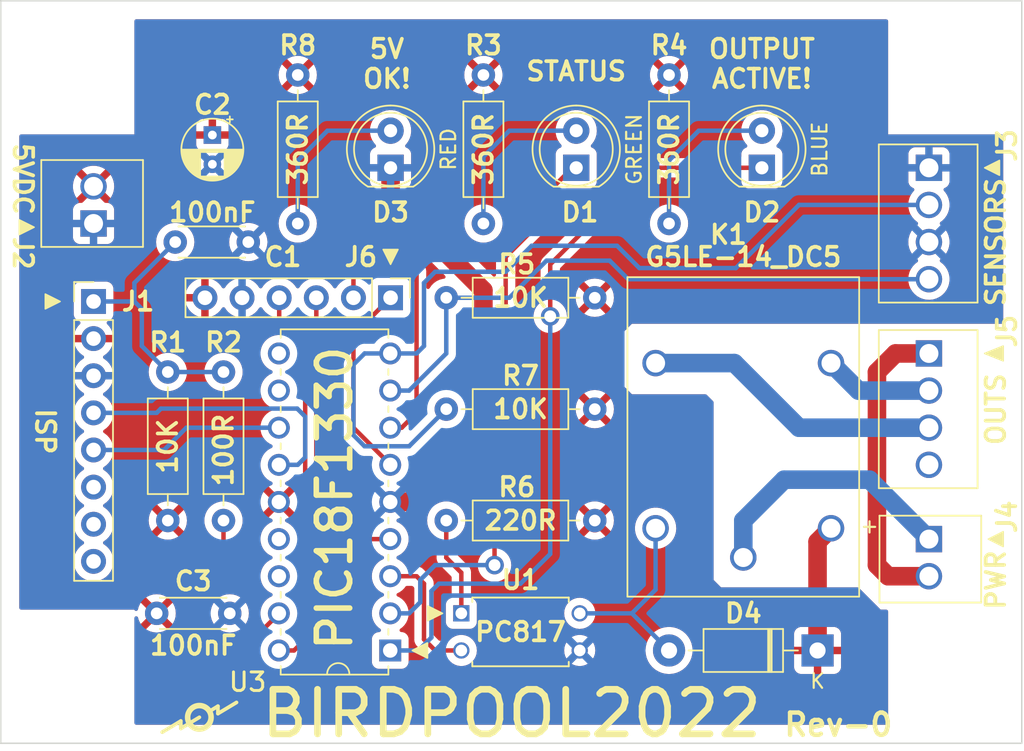
<source format=kicad_pcb>
(kicad_pcb (version 20211014) (generator pcbnew)
  (layers (0 "F.Cu" signal) (31 "B.Cu" signal) (34 "B.Paste" user) (35 "F.Paste" user) (36 "B.SilkS" user "B.Silkscreen") (37 "F.SilkS" user "F.Silkscreen") (38 "B.Mask" user) (39 "F.Mask" user) (44 "Edge.Cuts" user))
  (net 0 "")
  (net 1 "GND")
  (net 2 "Net-(C1-Pad1)")
  (net 3 "+5V")
  (net 4 "Net-(D1-Pad2)")
  (net 5 "*LED_STATUS")
  (net 6 "Net-(D2-Pad2)")
  (net 7 "*LED_VALVE_ON")
  (net 8 "Net-(D3-Pad2)")
  (net 12 "Net-(J1-Pad5)")
  (net 13 "Net-(J1-Pad4)")
  (net 14 "Net-(J3-Pad2)")
  (net 15 "Net-(J4-Pad2)")
  (net 17 "Net-(J5-Pad2)")
  (net 18 "*VALVE_ON")
  (net 19 "Net-(J3-Pad4)")
  (net 20 "Net-(J4-Pad1)")
  (net 21 "Net-(J5-Pad3)")
  (net 22 "Net-(R2-Pad1)")
  (net 23 "Net-(R6-Pad2)")
  (net 24 "Net-(J6-Pad4)")
  (net 25 "Net-(J6-Pad3)")
  (net 26 "Net-(J6-Pad2)")
  (net 27 "Net-(J6-Pad1)")
  (net 28 "Net-(D4-Pad2)")
  (footprint "Connector_PinHeader_2.54mm:PinHeader_1x08_P2.54mm_Vertical" (layer "F.Cu") (at 87.63 76.454)
    (fp_text reference "J1" (at 3.048 0) (layer "F.SilkS") (effects (font (size 1.27 1.27) (thickness 0.254))))
    (fp_text value "ISP" (at -3.302 8.89 -90 unlocked) (layer "F.SilkS") (effects (font (size 1.27 1.27) (thickness 0.254))))
    (pad "1" thru_hole rect locked (at 0 0) (size 1.7 1.7) (drill 1) (layers *.Cu *.Mask) (net 2 "Net-(C1-Pad1)"))
    (pad "2" thru_hole oval locked (at 0 2.54) (size 1.7 1.7) (drill 1) (layers *.Cu *.Mask) (net 3 "+5V"))
    (pad "3" thru_hole oval locked (at 0 5.08) (size 1.7 1.7) (drill 1) (layers *.Cu *.Mask) (net 1 "GND"))
    (pad "4" thru_hole oval locked (at 0 7.62) (size 1.7 1.7) (drill 1) (layers *.Cu *.Mask) (net 13 "Net-(J1-Pad4)"))
    (pad "5" thru_hole oval locked (at 0 10.16) (size 1.7 1.7) (drill 1) (layers *.Cu *.Mask) (net 12 "Net-(J1-Pad5)"))
    (pad "6" thru_hole oval locked (at 0 12.7) (size 1.7 1.7) (drill 1) (layers *.Cu *.Mask))
    (pad "7" thru_hole oval locked (at 0 15.24) (size 1.7 1.7) (drill 1) (layers *.Cu *.Mask))
    (pad "8" thru_hole oval locked (at 0 17.78) (size 1.7 1.7) (drill 1) (layers *.Cu *.Mask))
  )
  (footprint "My_Library:CONN_OSTVN02A150_OST" (layer "F.Cu") (at 87.63 71.12 90)
    (fp_text reference "J2" (at -2.032 -4.826 270 unlocked) (layer "F.SilkS") (effects (font (size 1.27 1.27) (thickness 0.254))))
    (fp_text value "OSTVN02A150" hide)
    (pad "1" thru_hole rect locked (at 0 0 90) (size 1.8034 1.8034) (drill 1.2954) (layers *.Cu *.Mask) (net 1 "GND"))
    (pad "2" thru_hole circle locked (at 2.54 0 90) (size 1.8034 1.8034) (drill 1.2954) (layers *.Cu *.Mask) (net 3 "+5V"))
  )
  (footprint "My_Library:CONN_OSTVN02A150_OST" (layer "F.Cu") (at 144.78 92.71 -90)
    (fp_text reference "J4" (at -1.524 -5.334 -90) (layer "F.SilkS") (effects (font (size 1.27 1.27) (thickness 0.254))))
    (fp_text value "OSTVN02A150" hide)
    (pad "1" thru_hole rect locked (at 0 0 270) (size 1.8034 1.8034) (drill 1.2954) (layers *.Cu *.Mask) (net 20 "Net-(J4-Pad1)"))
    (pad "2" thru_hole circle locked (at 2.54 0 270) (size 1.8034 1.8034) (drill 1.2954) (layers *.Cu *.Mask) (net 15 "Net-(J4-Pad2)"))
  )
  (footprint "My_Library:CONN_OSTVN04A150_OST" (layer "F.Cu") (at 144.78 80.01 -90)
    (fp_text reference "J5" (at -1.524 -5.334 -90) (layer "F.SilkS") (effects (font (size 1.27 1.27) (thickness 0.254))))
    (fp_text value "OSTVN04A150" hide)
    (pad "1" thru_hole rect locked (at 0 0 270) (size 1.8034 1.8034) (drill 1.2954) (layers *.Cu *.Mask) (net 15 "Net-(J4-Pad2)"))
    (pad "2" thru_hole circle locked (at 2.54 0 270) (size 1.8034 1.8034) (drill 1.2954) (layers *.Cu *.Mask) (net 17 "Net-(J5-Pad2)"))
    (pad "3" thru_hole circle locked (at 5.08 0 270) (size 1.8034 1.8034) (drill 1.2954) (layers *.Cu *.Mask) (net 21 "Net-(J5-Pad3)"))
    (pad "4" thru_hole circle locked (at 7.62 0 270) (size 1.8034 1.8034) (drill 1.2954) (layers *.Cu *.Mask))
  )
  (footprint "My_Library:CONN_OSTVN04A150_OST" (layer "F.Cu") (at 144.78 67.31 -90)
    (fp_text reference "J3" (at -1.524 -5.334 -90) (layer "F.SilkS") (effects (font (size 1.27 1.27) (thickness 0.254))))
    (fp_text value "OSTVN04A150" hide)
    (pad "1" thru_hole rect (at 0 0 270) (size 1.8034 1.8034) (drill 1.2954) (layers *.Cu *.Mask) (net 1 "GND"))
    (pad "2" thru_hole circle (at 2.54 0 270) (size 1.8034 1.8034) (drill 1.2954) (layers *.Cu *.Mask) (net 14 "Net-(J3-Pad2)"))
    (pad "3" thru_hole circle (at 5.08 0 270) (size 1.8034 1.8034) (drill 1.2954) (layers *.Cu *.Mask) (net 1 "GND"))
    (pad "4" thru_hole circle (at 7.62 0 270) (size 1.8034 1.8034) (drill 1.2954) (layers *.Cu *.Mask) (net 19 "Net-(J3-Pad4)"))
  )
  (footprint "MountingHole:MountingHole_2.5mm" (layer "F.Cu") (at 146.05 60.96)
    (fp_text reference "H2" hide)
    (fp_text value "MountingHole" hide)
    (pad "" np_thru_hole circle locked (at 0 0) (size 4.064 4.064) (drill 4.064) (layers *.Cu *.Mask))
  )
  (footprint "MountingHole:MountingHole_2.5mm" (layer "F.Cu") (at 86.36 101.6)
    (fp_text reference "H3" hide)
    (fp_text value "MountingHole" hide)
    (pad "" np_thru_hole circle locked (at 0 0) (size 4.064 4.064) (drill 4.064) (layers *.Cu *.Mask))
  )
  (footprint "MountingHole:MountingHole_2.5mm" (layer "F.Cu") (at 146.05 101.6)
    (fp_text reference "H4" hide)
    (fp_text value "MountingHole" hide)
    (pad "" np_thru_hole circle locked (at 0 0) (size 4.064 4.064) (drill 4.064) (layers *.Cu *.Mask))
  )
  (footprint "MountingHole:MountingHole_2.5mm" (layer "F.Cu") (at 86.36 60.96)
    (fp_text reference "H1" hide)
    (fp_text value "MountingHole" hide)
    (pad "" np_thru_hole circle locked (at 0 0) (size 4.064 4.064) (drill 4.064) (layers *.Cu *.Mask))
  )
  (footprint "Resistor_THT:R_Axial_DIN0207_L6.3mm_D2.5mm_P10.16mm_Horizontal" (layer "F.Cu") (at 127 60.96 -90)
    (fp_text reference "R4" (at -2.032 0 180) (layer "F.SilkS") (effects (font (size 1.27 1.27) (thickness 0.254))))
    (fp_text value "360R" (at 5.08 0 90) (layer "F.SilkS") (effects (font (size 1.27 1.27) (thickness 0.254))))
    (pad "1" thru_hole circle locked (at 0 0 270) (size 1.6 1.6) (drill 0.8) (layers *.Cu *.Mask) (net 3 "+5V"))
    (pad "2" thru_hole oval locked (at 10.16 0 270) (size 1.6 1.6) (drill 0.8) (layers *.Cu *.Mask) (net 6 "Net-(D2-Pad2)"))
  )
  (footprint "Resistor_THT:R_Axial_DIN0207_L6.3mm_D2.5mm_P10.16mm_Horizontal" (layer "F.Cu") (at 121.92 91.44 180)
    (fp_text reference "R6" (at 5.334 2.286) (layer "F.SilkS") (effects (font (size 1.27 1.27) (thickness 0.254))))
    (fp_text value "220R" (at 5.08 0) (layer "F.SilkS") (effects (font (size 1.27 1.27) (thickness 0.254))))
    (pad "1" thru_hole circle locked (at 0 0 180) (size 1.6 1.6) (drill 0.8) (layers *.Cu *.Mask) (net 3 "+5V"))
    (pad "2" thru_hole oval locked (at 10.16 0 180) (size 1.6 1.6) (drill 0.8) (layers *.Cu *.Mask) (net 23 "Net-(R6-Pad2)"))
  )
  (footprint "LED_THT:LED_D5.0mm" (layer "F.Cu") (at 120.65 67.31 90)
    (fp_text reference "D1" (at -3.048 0.254 180) (layer "F.SilkS") (effects (font (size 1.27 1.27) (thickness 0.254))))
    (fp_text value "GREEN" (at 1.27 3.96 90) (layer "F.SilkS"))
    (pad "1" thru_hole rect locked (at 0 0 90) (size 1.8 1.8) (drill 0.9) (layers *.Cu *.Mask) (net 5 "*LED_STATUS"))
    (pad "2" thru_hole circle locked (at 2.54 0 90) (size 1.8 1.8) (drill 0.9) (layers *.Cu *.Mask) (net 4 "Net-(D1-Pad2)"))
  )
  (footprint "Resistor_THT:R_Axial_DIN0207_L6.3mm_D2.5mm_P10.16mm_Horizontal" (layer "F.Cu") (at 121.92 83.82 180)
    (fp_text reference "R7" (at 5.08 2.286) (layer "F.SilkS") (effects (font (size 1.27 1.27) (thickness 0.254))))
    (fp_text value "10K" (at 5.08 0) (layer "F.SilkS") (effects (font (size 1.27 1.27) (thickness 0.254))))
    (pad "1" thru_hole circle locked (at 0 0 180) (size 1.6 1.6) (drill 0.8) (layers *.Cu *.Mask) (net 3 "+5V"))
    (pad "2" thru_hole oval locked (at 10.16 0 180) (size 1.6 1.6) (drill 0.8) (layers *.Cu *.Mask) (net 14 "Net-(J3-Pad2)"))
  )
  (footprint "Resistor_THT:R_Axial_DIN0207_L6.3mm_D2.5mm_P10.16mm_Horizontal" (layer "F.Cu") (at 121.92 76.2 180)
    (fp_text reference "R5" (at 5.334 2.286) (layer "F.SilkS") (effects (font (size 1.27 1.27) (thickness 0.254))))
    (fp_text value "10K" (at 5.08 0) (layer "F.SilkS") (effects (font (size 1.27 1.27) (thickness 0.254))))
    (pad "1" thru_hole circle locked (at 0 0 180) (size 1.6 1.6) (drill 0.8) (layers *.Cu *.Mask) (net 3 "+5V"))
    (pad "2" thru_hole oval locked (at 10.16 0 180) (size 1.6 1.6) (drill 0.8) (layers *.Cu *.Mask) (net 19 "Net-(J3-Pad4)"))
  )
  (footprint "Resistor_THT:R_Axial_DIN0207_L6.3mm_D2.5mm_P10.16mm_Horizontal" (layer "F.Cu") (at 92.71 91.44 90)
    (fp_text reference "R1" (at 12.192 0) (layer "F.SilkS") (effects (font (size 1.27 1.27) (thickness 0.254))))
    (fp_text value "10K" (at 5.08 0 90) (layer "F.SilkS") (effects (font (size 1.27 1.27) (thickness 0.254))))
    (pad "1" thru_hole circle locked (at 0 0 90) (size 1.6 1.6) (drill 0.8) (layers *.Cu *.Mask) (net 3 "+5V"))
    (pad "2" thru_hole oval locked (at 10.16 0 90) (size 1.6 1.6) (drill 0.8) (layers *.Cu *.Mask) (net 2 "Net-(C1-Pad1)"))
  )
  (footprint "LED_THT:LED_D5.0mm" (layer "F.Cu") (at 133.35 67.31 90)
    (fp_text reference "D2" (at -3.048 0 180) (layer "F.SilkS") (effects (font (size 1.27 1.27) (thickness 0.254))))
    (fp_text value "BLUE" (at 1.27 3.96 90) (layer "F.SilkS"))
    (pad "1" thru_hole rect locked (at 0 0 90) (size 1.8 1.8) (drill 0.9) (layers *.Cu *.Mask) (net 7 "*LED_VALVE_ON"))
    (pad "2" thru_hole circle locked (at 2.54 0 90) (size 1.8 1.8) (drill 0.9) (layers *.Cu *.Mask) (net 6 "Net-(D2-Pad2)"))
  )
  (footprint "Capacitor_THT:C_Disc_D4.3mm_W1.9mm_P5.00mm" (layer "F.Cu") (at 91.948 97.79)
    (fp_text reference "C3" (at 2.5 -2.2) (layer "F.SilkS") (effects (font (size 1.27 1.27) (thickness 0.254))))
    (fp_text value "100nF" (at 2.5 2.2) (layer "F.SilkS") (effects (font (size 1.27 1.27) (thickness 0.254))))
    (pad "1" thru_hole circle locked (at 0 0) (size 1.6 1.6) (drill 0.8) (layers *.Cu *.Mask) (net 3 "+5V"))
    (pad "2" thru_hole circle locked (at 5 0) (size 1.6 1.6) (drill 0.8) (layers *.Cu *.Mask) (net 1 "GND"))
  )
  (footprint "My_Library:DIP810W50P254L470H446Q4" (layer "F.Cu") (at 116.84 99.06)
    (fp_text reference "U1" (at 0 -3.556) (layer "F.SilkS") (effects (font (size 1.27 1.27) (thickness 0.254))))
    (fp_text value "PC817" (at 0 0) (layer "F.SilkS") (effects (font (size 1.27 1.27) (thickness 0.254))))
    (pad "1" thru_hole rect locked (at -4.05 -1.27) (size 1.11 1.11) (drill 0.8) (layers *.Cu *.Mask) (net 23 "Net-(R6-Pad2)"))
    (pad "2" thru_hole circle locked (at -4.05 1.27) (size 1.11 1.11) (drill 0.8) (layers *.Cu *.Mask) (net 18 "*VALVE_ON"))
    (pad "3" thru_hole circle locked (at 4.05 1.27) (size 1.11 1.11) (drill 0.8) (layers *.Cu *.Mask) (net 1 "GND"))
    (pad "4" thru_hole circle locked (at 4.05 -1.27) (size 1.11 1.11) (drill 0.8) (layers *.Cu *.Mask) (net 28 "Net-(D4-Pad2)"))
  )
  (footprint "Resistor_THT:R_Axial_DIN0207_L6.3mm_D2.5mm_P10.16mm_Horizontal" (layer "F.Cu") (at 96.52 91.44 90)
    (fp_text reference "R2" (at 12.192 0) (layer "F.SilkS") (effects (font (size 1.27 1.27) (thickness 0.254))))
    (fp_text value "100R" (at 4.826 0 90) (layer "F.SilkS") (effects (font (size 1.27 1.27) (thickness 0.254))))
    (pad "1" thru_hole circle locked (at 0 0 90) (size 1.6 1.6) (drill 0.8) (layers *.Cu *.Mask) (net 22 "Net-(R2-Pad1)"))
    (pad "2" thru_hole oval locked (at 10.16 0 90) (size 1.6 1.6) (drill 0.8) (layers *.Cu *.Mask) (net 2 "Net-(C1-Pad1)"))
  )
  (footprint "Resistor_THT:R_Axial_DIN0207_L6.3mm_D2.5mm_P10.16mm_Horizontal" (layer "F.Cu") (at 114.3 60.96 -90)
    (fp_text reference "R3" (at -2.032 0 180) (layer "F.SilkS") (effects (font (size 1.27 1.27) (thickness 0.254))))
    (fp_text value "360R" (at 5.08 0 90) (layer "F.SilkS") (effects (font (size 1.27 1.27) (thickness 0.254))))
    (pad "1" thru_hole circle locked (at 0 0 270) (size 1.6 1.6) (drill 0.8) (layers *.Cu *.Mask) (net 3 "+5V"))
    (pad "2" thru_hole oval locked (at 10.16 0 270) (size 1.6 1.6) (drill 0.8) (layers *.Cu *.Mask) (net 4 "Net-(D1-Pad2)"))
  )
  (footprint "LED_THT:LED_D5.0mm" (layer "F.Cu") (at 107.95 67.31 90)
    (fp_text reference "D3" (at -3.048 0) (layer "F.SilkS") (effects (font (size 1.27 1.27) (thickness 0.254))))
    (fp_text value "RED" (at 1.27 3.96 90) (layer "F.SilkS"))
    (pad "1" thru_hole rect locked (at 0 0 90) (size 1.8 1.8) (drill 0.9) (layers *.Cu *.Mask) (net 1 "GND"))
    (pad "2" thru_hole circle locked (at 2.54 0 90) (size 1.8 1.8) (drill 0.9) (layers *.Cu *.Mask) (net 8 "Net-(D3-Pad2)"))
  )
  (footprint "Capacitor_THT:C_Disc_D4.3mm_W1.9mm_P5.00mm" (layer "F.Cu") (at 93.218 72.39)
    (fp_text reference "C1" (at 7.366 1.016) (layer "F.SilkS") (effects (font (size 1.27 1.27) (thickness 0.254))))
    (fp_text value "100nF" (at 2.54 -2.032) (layer "F.SilkS") (effects (font (size 1.27 1.27) (thickness 0.254))))
    (pad "1" thru_hole circle locked (at 0 0) (size 1.6 1.6) (drill 0.8) (layers *.Cu *.Mask) (net 2 "Net-(C1-Pad1)"))
    (pad "2" thru_hole circle locked (at 5 0) (size 1.6 1.6) (drill 0.8) (layers *.Cu *.Mask) (net 1 "GND"))
  )
  (footprint "Resistor_THT:R_Axial_DIN0207_L6.3mm_D2.5mm_P10.16mm_Horizontal" (layer "F.Cu") (at 101.6 60.96 -90)
    (fp_text reference "R8" (at -2.032 0) (layer "F.SilkS") (effects (font (size 1.27 1.27) (thickness 0.254))))
    (fp_text value "360R" (at 5.08 0 90) (layer "F.SilkS") (effects (font (size 1.27 1.27) (thickness 0.254))))
    (pad "1" thru_hole circle locked (at 0 0 270) (size 1.6 1.6) (drill 0.8) (layers *.Cu *.Mask) (net 3 "+5V"))
    (pad "2" thru_hole oval locked (at 10.16 0 270) (size 1.6 1.6) (drill 0.8) (layers *.Cu *.Mask) (net 8 "Net-(D3-Pad2)"))
  )
  (footprint "Connector_PinHeader_2.54mm:PinHeader_1x06_P2.54mm_Vertical" (layer "F.Cu") (at 107.95 76.2 -90)
    (fp_text reference "J6" (at -2.794 2.032) (layer "F.SilkS") (effects (font (size 1.27 1.27) (thickness 0.254))))
    (fp_text value "Conn_01x06" hide)
    (pad "1" thru_hole rect locked (at 0 0 270) (size 1.7 1.7) (drill 1) (layers *.Cu *.Mask) (net 27 "Net-(J6-Pad1)"))
    (pad "2" thru_hole oval locked (at 0 2.54 270) (size 1.7 1.7) (drill 1) (layers *.Cu *.Mask) (net 26 "Net-(J6-Pad2)"))
    (pad "3" thru_hole oval locked (at 0 5.08 270) (size 1.7 1.7) (drill 1) (layers *.Cu *.Mask) (net 25 "Net-(J6-Pad3)"))
    (pad "4" thru_hole oval locked (at 0 7.62 270) (size 1.7 1.7) (drill 1) (layers *.Cu *.Mask) (net 24 "Net-(J6-Pad4)"))
    (pad "5" thru_hole oval locked (at 0 10.16 270) (size 1.7 1.7) (drill 1) (layers *.Cu *.Mask) (net 1 "GND"))
    (pad "6" thru_hole oval locked (at 0 12.7 270) (size 1.7 1.7) (drill 1) (layers *.Cu *.Mask) (net 3 "+5V"))
  )
  (footprint "Diode_THT:D_DO-41_SOD81_P10.16mm_Horizontal" (layer "F.Cu") (at 137.16 100.33 180)
    (fp_text reference "D4" (at 5.08 2.54) (layer "F.SilkS") (effects (font (size 1.27 1.27) (thickness 0.254))))
    (fp_text value "1N4001")
    (fp_text user "K" (at 0 -2.1) (layer "F.SilkS"))
    (pad "1" thru_hole rect locked (at 0 0 180) (size 2.2 2.2) (drill 1.1) (layers *.Cu *.Mask) (net 3 "+5V"))
    (pad "2" thru_hole oval locked (at 10.16 0 180) (size 2.2 2.2) (drill 1.1) (layers *.Cu *.Mask) (net 28 "Net-(D4-Pad2)"))
  )
  (footprint "My_Library:RELAY_G5LE-1_DC5_OMR" (layer "F.Cu") (at 132.08 77.47 180)
    (fp_text reference "K1" (at 1.016 5.588 180) (layer "F.SilkS") (effects (font (size 1.27 1.27) (thickness 0.254))))
    (fp_text value "G5LE-14_DC5" (at 0 4.064 180) (layer "F.SilkS") (effects (font (size 1.27 1.27) (thickness 0.254))))
    (fp_text user "+" (at -8.636 -14.478 180 unlocked) (layer "F.SilkS"))
    (pad "1" thru_hole circle (at 0 -16.499998 180) (size 1.808 1.808) (drill 1.3) (layers *.Cu *.Mask) (net 20 "Net-(J4-Pad1)"))
    (pad "2" thru_hole circle (at -5.999999 -14.499996 180) (size 1.808 1.808) (drill 1.3) (layers *.Cu *.Mask) (net 3 "+5V"))
    (pad "3" thru_hole circle (at -5.999999 -3.200001 180) (size 1.808 1.808) (drill 1.3) (layers *.Cu *.Mask) (net 17 "Net-(J5-Pad2)"))
    (pad "4" thru_hole circle (at 5.999999 -3.200001 180) (size 1.808 1.808) (drill 1.3) (layers *.Cu *.Mask) (net 21 "Net-(J5-Pad3)"))
    (pad "5" thru_hole circle (at 5.999999 -14.499996 180) (size 1.808 1.808) (drill 1.3) (layers *.Cu *.Mask) (net 28 "Net-(D4-Pad2)"))
  )
  (footprint "Capacitor_THT:CP_Radial_D4.0mm_P2.00mm" (layer "F.Cu") (at 95.758 65.067401 -90)
    (fp_text reference "C2" (at -2.075401 0) (layer "F.SilkS") (effects (font (size 1.27 1.27) (thickness 0.254))))
    (fp_text value "10uF")
    (pad "1" thru_hole rect locked (at 0 0 270) (size 1.2 1.2) (drill 0.6) (layers *.Cu *.Mask) (net 3 "+5V"))
    (pad "2" thru_hole circle locked (at 2 0 270) (size 1.2 1.2) (drill 0.6) (layers *.Cu *.Mask) (net 1 "GND"))
  )
  (footprint "My_Library:PDIP18_300MC_MCH" (layer "F.Cu") (at 107.926149 100.33 180)
    (fp_text reference "U3" (at 9.75515 -2.159) (layer "F.SilkS") (effects (font (size 1.27 1.27) (thickness 0.2032))))
    (fp_text value "PIC18F1330" (at 3.81 10.414 270) (layer "F.SilkS") (effects (font (size 2.286 2.286) (thickness 0.381))))
    (pad "1" thru_hole rect (at 0 0 180) (size 1.4986 1.4986) (drill 0.9906) (layers *.Cu *.Mask) (net 7 "*LED_VALVE_ON"))
    (pad "2" thru_hole circle (at 0 2.54 180) (size 1.4986 1.4986) (drill 0.9906) (layers *.Cu *.Mask) (net 5 "*LED_STATUS"))
    (pad "3" thru_hole circle (at 0 5.08 180) (size 1.4986 1.4986) (drill 0.9906) (layers *.Cu *.Mask) (net 18 "*VALVE_ON"))
    (pad "4" thru_hole circle (at 0 7.62 180) (size 1.4986 1.4986) (drill 0.9906) (layers *.Cu *.Mask) (net 22 "Net-(R2-Pad1)"))
    (pad "5" thru_hole circle (at 0 10.16 180) (size 1.4986 1.4986) (drill 0.9906) (layers *.Cu *.Mask) (net 1 "GND"))
    (pad "6" thru_hole circle (at 0 12.7 180) (size 1.4986 1.4986) (drill 0.9906) (layers *.Cu *.Mask) (net 27 "Net-(J6-Pad1)"))
    (pad "7" thru_hole circle (at 0 15.24 180) (size 1.4986 1.4986) (drill 0.9906) (layers *.Cu *.Mask) (net 26 "Net-(J6-Pad2)"))
    (pad "8" thru_hole circle (at 0 17.78 180) (size 1.4986 1.4986) (drill 0.9906) (layers *.Cu *.Mask) (net 19 "Net-(J3-Pad4)"))
    (pad "9" thru_hole circle (at 0 20.32 180) (size 1.4986 1.4986) (drill 0.9906) (layers *.Cu *.Mask) (net 14 "Net-(J3-Pad2)"))
    (pad "10" thru_hole circle (at 7.62 20.32 180) (size 1.4986 1.4986) (drill 0.9906) (layers *.Cu *.Mask))
    (pad "11" thru_hole circle (at 7.62 17.78 180) (size 1.4986 1.4986) (drill 0.9906) (layers *.Cu *.Mask))
    (pad "12" thru_hole circle (at 7.62 15.24 180) (size 1.4986 1.4986) (drill 0.9906) (layers *.Cu *.Mask) (net 12 "Net-(J1-Pad5)"))
    (pad "13" thru_hole circle (at 7.62 12.7 180) (size 1.4986 1.4986) (drill 0.9906) (layers *.Cu *.Mask) (net 13 "Net-(J1-Pad4)"))
    (pad "14" thru_hole circle (at 7.62 10.16 180) (size 1.4986 1.4986) (drill 0.9906) (layers *.Cu *.Mask) (net 3 "+5V"))
    (pad "15" thru_hole circle (at 7.62 7.62 180) (size 1.4986 1.4986) (drill 0.9906) (layers *.Cu *.Mask))
    (pad "16" thru_hole circle (at 7.62 5.08 180) (size 1.4986 1.4986) (drill 0.9906) (layers *.Cu *.Mask))
    (pad "17" thru_hole circle (at 7.62 2.54 180) (size 1.4986 1.4986) (drill 0.9906) (layers *.Cu *.Mask) (net 25 "Net-(J6-Pad3)"))
    (pad "18" thru_hole circle (at 7.62 0 180) (size 1.4986 1.4986) (drill 0.9906) (layers *.Cu *.Mask) (net 24 "Net-(J6-Pad4)"))
  )
  (gr_line (start 96.139 104.14) (end 95.5548 104.4956) (layer "F.SilkS") (width 0.254))
  (gr_circle (center 94.869 104.902) (end 95.672219 104.902) (layer "F.SilkS") (width 0.381) (fill none))
  (gr_line (start 97.409 103.886) (end 96.139 104.648) (layer "F.SilkS") (width 0.254))
  (gr_line (start 94.869 104.902) (end 93.599 105.664) (layer "F.SilkS") (width 0.254))
  (gr_line (start 93.599 105.156) (end 92.329 105.918) (layer "F.SilkS") (width 0.254))
  (gr_line (start 93.599 105.664) (end 93.599 105.156) (layer "F.SilkS") (width 0.254))
  (gr_line (start 96.139 104.648) (end 96.139 104.14) (layer "F.SilkS") (width 0.254))
  (gr_line (start 151.13 106.68) (end 81.28 106.68) (layer "Edge.Cuts") (width 0.1))
  (gr_line (start 81.28 55.88) (end 151.13 55.88) (layer "Edge.Cuts") (width 0.1))
  (gr_line (start 81.28 106.68) (end 81.28 55.88) (layer "Edge.Cuts") (width 0.1))
  (gr_line (start 151.13 55.88) (end 151.13 106.68) (layer "Edge.Cuts") (width 0.1))
  (gr_text "BIRDPOOL2022" (at 116.2304 104.648) (layer "F.SilkS") (effects (font (size 3.048 3.048) (thickness 0.4572))))
  (gr_text "Rev-0" (at 138.5824 105.41) (layer "F.SilkS") (effects (font (size 1.524 1.524) (thickness 0.3048))))
  (gr_text "PWR" (at 149.352 95.504 90) (layer "F.SilkS") (effects (font (size 1.27 1.27) (thickness 0.254))))
  (gr_text "5V\nOK!" (at 107.696 60.198) (layer "F.SilkS") (effects (font (size 1.27 1.27) (thickness 0.254))))
  (gr_text "SENSORS" (at 149.352 72.39 90) (layer "F.SilkS") (effects (font (size 1.27 1.27) (thickness 0.254))))
  (gr_text "OUTS" (at 149.352 83.82 90) (layer "F.SilkS") (effects (font (size 1.27 1.27) (thickness 0.254))))
  (gr_text "STATUS" (at 120.65 60.706) (layer "F.SilkS") (effects (font (size 1.27 1.27) (thickness 0.254))))
  (gr_text "5VDC" (at 82.804 68.072 270) (layer "F.SilkS") (effects (font (size 1.27 1.27) (thickness 0.254))))
  (gr_text "OUTPUT\nACTIVE!" (at 133.35 60.198) (layer "F.SilkS") (effects (font (size 1.27 1.27) (thickness 0.254))))
  (segment (start 109.22 90.17) (end 114.3 85.09) (width 1.27) (layer "F.Cu") (net 1))
  (segment (start 114.3 75.692) (end 107.95 69.342) (width 1.27) (layer "F.Cu") (net 1))
  (segment (start 114.3 85.09) (end 114.3 75.692) (width 1.27) (layer "F.Cu") (net 1))
  (segment (start 107.95 69.342) (end 107.95 67.31) (width 1.27) (layer "F.Cu") (net 1))
  (segment (start 107.95 90.17) (end 109.22 90.17) (width 1.27) (layer "F.Cu") (net 1))
  (segment (start 90.424 76.454) (end 90.424 75.184) (width 0.3048) (layer "B.Cu") (net 2))
  (segment (start 90.424 75.184) (end 93.218 72.39) (width 0.3048) (layer "B.Cu") (net 2))
  (segment (start 96.52 81.28) (end 92.71 81.28) (width 0.3048) (layer "B.Cu") (net 2))
  (segment (start 90.932 76.962) (end 90.424 76.454) (width 0.3048) (layer "B.Cu") (net 2))
  (segment (start 92.71 81.28) (end 90.932 79.502) (width 0.3048) (layer "B.Cu") (net 2))
  (segment (start 90.932 79.502) (end 90.932 76.962) (width 0.3048) (layer "B.Cu") (net 2))
  (segment (start 90.424 76.454) (end 87.63 76.454) (width 0.3048) (layer "B.Cu") (net 2))
  (segment (start 137.16 92.889995) (end 137.16 100.33) (width 1.27) (layer "F.Cu") (net 3))
  (segment (start 138.079999 91.969996) (end 137.16 92.889995) (width 1.27) (layer "F.Cu") (net 3))
  (segment (start 121.92 91.44) (end 121.92 91.619995) (width 1.27) (layer "F.Cu") (net 3))
  (segment (start 114.3 71.12) (end 114.3 66.548) (width 0.3048) (layer "B.Cu") (net 4))
  (segment (start 114.3 66.548) (end 116.078 64.77) (width 0.3048) (layer "B.Cu") (net 4))
  (segment (start 116.078 64.77) (end 120.65 64.77) (width 0.3048) (layer "B.Cu") (net 4))
  (segment (start 115.062 87.376) (end 115.062 94.488) (width 0.3048) (layer "F.Cu") (net 5))
  (segment (start 120.65 67.31) (end 120.396 67.31) (width 0.3048) (layer "F.Cu") (net 5))
  (segment (start 115.824 73.406) (end 118.11 71.12) (width 0.3048) (layer "F.Cu") (net 5))
  (segment (start 115.824 86.614) (end 115.824 73.406) (width 0.3048) (layer "F.Cu") (net 5))
  (segment (start 118.11 71.12) (end 118.11 69.596) (width 0.3048) (layer "F.Cu") (net 5))
  (segment (start 120.396 67.31) (end 118.11 69.596) (width 0.3048) (layer "F.Cu") (net 5))
  (segment (start 115.824 86.614) (end 115.062 87.376) (width 0.3048) (layer "F.Cu") (net 5))
  (via (at 115.062 94.488) (size 1.27) (drill 0.8128) (layers "F.Cu" "B.Cu") (net 5))
  (segment (start 109.22 97.79) (end 107.95 97.79) (width 0.3048) (layer "B.Cu") (net 5))
  (segment (start 109.982 97.028) (end 109.22 97.79) (width 0.3048) (layer "B.Cu") (net 5))
  (segment (start 115.062 94.488) (end 110.998 94.488) (width 0.3048) (layer "B.Cu") (net 5))
  (segment (start 110.998 94.488) (end 109.982 95.504) (width 0.3048) (layer "B.Cu") (net 5))
  (segment (start 109.982 95.504) (end 109.982 97.028) (width 0.3048) (layer "B.Cu") (net 5))
  (segment (start 129.032 64.77) (end 133.35 64.77) (width 0.3048) (layer "B.Cu") (net 6))
  (segment (start 127 71.12) (end 127 66.802) (width 0.3048) (layer "B.Cu") (net 6))
  (segment (start 127 66.802) (end 129.032 64.77) (width 0.3048) (layer "B.Cu") (net 6))
  (segment (start 125.476 67.31) (end 133.35 67.31) (width 0.3048) (layer "F.Cu") (net 7))
  (segment (start 118.872 77.47) (end 118.872 73.914) (width 0.3048) (layer "F.Cu") (net 7))
  (segment (start 118.872 73.914) (end 125.476 67.31) (width 0.3048) (layer "F.Cu") (net 7))
  (via (at 118.872 77.47) (size 1.27) (drill 0.8128) (layers "F.Cu" "B.Cu") (net 7))
  (segment (start 116.84 95.758) (end 111.252 95.758) (width 0.3048) (layer "B.Cu") (net 7))
  (segment (start 118.872 93.726) (end 116.84 95.758) (width 0.3048) (layer "B.Cu") (net 7))
  (segment (start 110.744 99.441) (end 109.855 100.33) (width 0.3048) (layer "B.Cu") (net 7))
  (segment (start 109.855 100.33) (end 107.92615 100.33) (width 0.3048) (layer "B.Cu") (net 7))
  (segment (start 118.872 77.47) (end 118.872 93.726) (width 0.3048) (layer "B.Cu") (net 7))
  (segment (start 110.744 96.266) (end 110.744 99.441) (width 0.3048) (layer "B.Cu") (net 7))
  (segment (start 111.252 95.758) (end 110.744 96.266) (width 0.3048) (layer "B.Cu") (net 7))
  (segment (start 101.6 71.12) (end 101.6 66.802) (width 0.3048) (layer "B.Cu") (net 8))
  (segment (start 103.632 64.77) (end 107.95 64.77) (width 0.3048) (layer "B.Cu") (net 8))
  (segment (start 101.6 66.802) (end 103.632 64.77) (width 0.3048) (layer "B.Cu") (net 8))
  (segment (start 93.98 85.09) (end 100.33 85.09) (width 0.3048) (layer "B.Cu") (net 12))
  (segment (start 92.456 86.614) (end 93.98 85.09) (width 0.3048) (layer "B.Cu") (net 12))
  (segment (start 87.63 86.614) (end 92.456 86.614) (width 0.3048) (layer "B.Cu") (net 12))
  (segment (start 91.948 84.074) (end 92.240099 83.781901) (width 0.3048) (layer "B.Cu") (net 13))
  (segment (start 102.108 87.122) (end 101.6 87.63) (width 0.3048) (layer "B.Cu") (net 13))
  (segment (start 102.108 84.328) (end 102.108 87.122) (width 0.3048) (layer "B.Cu") (net 13))
  (segment (start 101.6 87.63) (end 100.33 87.63) (width 0.3048) (layer "B.Cu") (net 13))
  (segment (start 92.240099 83.781901) (end 101.561901 83.781901) (width 0.3048) (layer "B.Cu") (net 13))
  (segment (start 87.63 84.074) (end 91.948 84.074) (width 0.3048) (layer "B.Cu") (net 13))
  (segment (start 101.561901 83.781901) (end 102.108 84.328) (width 0.3048) (layer "B.Cu") (net 13))
  (segment (start 131.572 74.168) (end 124.968 74.168) (width 0.3048) (layer "B.Cu") (net 14))
  (segment (start 110.236 75.184) (end 110.236 79.502) (width 0.3048) (layer "B.Cu") (net 14))
  (segment (start 110.998 74.422) (end 110.236 75.184) (width 0.3048) (layer "B.Cu") (net 14))
  (segment (start 105.41 80.772) (end 106.172 80.01) (width 0.3048) (layer "B.Cu") (net 14))
  (segment (start 135.89 69.85) (end 131.572 74.168) (width 0.3048) (layer "B.Cu") (net 14))
  (segment (start 109.22 86.36) (end 106.172 86.36) (width 0.3048) (layer "B.Cu") (net 14))
  (segment (start 117.602 72.644) (end 115.824 74.422) (width 0.3048) (layer "B.Cu") (net 14))
  (segment (start 144.78 69.85) (end 135.89 69.85) (width 0.3048) (layer "B.Cu") (net 14))
  (segment (start 106.172 80.01) (end 107.95 80.01) (width 0.3048) (layer "B.Cu") (net 14))
  (segment (start 111.76 83.82) (end 109.22 86.36) (width 0.3048) (layer "B.Cu") (net 14))
  (segment (start 124.968 74.168) (end 123.444 72.644) (width 0.3048) (layer "B.Cu") (net 14))
  (segment (start 105.41 85.598) (end 105.41 80.772) (width 0.3048) (layer "B.Cu") (net 14))
  (segment (start 110.236 79.502) (end 109.728 80.01) (width 0.3048) (layer "B.Cu") (net 14))
  (segment (start 115.824 74.422) (end 110.998 74.422) (width 0.3048) (layer "B.Cu") (net 14))
  (segment (start 123.444 72.644) (end 117.602 72.644) (width 0.3048) (layer "B.Cu") (net 14))
  (segment (start 106.172 86.36) (end 105.41 85.598) (width 0.3048) (layer "B.Cu") (net 14))
  (segment (start 109.728 80.01) (end 107.95 80.01) (width 0.3048) (layer "B.Cu") (net 14))
  (segment (start 141.224 94.488) (end 141.224 81.28) (width 1.27) (layer "F.Cu") (net 15))
  (segment (start 142.494 80.01) (end 144.78 80.01) (width 1.27) (layer "F.Cu") (net 15))
  (segment (start 144.78 95.25) (end 141.986 95.25) (width 1.27) (layer "F.Cu") (net 15))
  (segment (start 141.224 81.28) (end 142.494 80.01) (width 1.27) (layer "F.Cu") (net 15))
  (segment (start 141.986 95.25) (end 141.224 94.488) (width 1.27) (layer "F.Cu") (net 15))
  (segment (start 139.959998 82.55) (end 138.079999 80.670001) (width 1.27) (layer "B.Cu") (net 17))
  (segment (start 144.78 82.55) (end 139.959998 82.55) (width 1.27) (layer "B.Cu") (net 17))
  (segment (start 110.236 95.758) (end 109.728 95.25) (width 0.3048) (layer "F.Cu") (net 18))
  (segment (start 110.236 99.568) (end 110.236 95.758) (width 0.3048) (layer "F.Cu") (net 18))
  (segment (start 110.998 100.33) (end 110.236 99.568) (width 0.3048) (layer "F.Cu") (net 18))
  (segment (start 112.79 100.33) (end 110.998 100.33) (width 0.3048) (layer "F.Cu") (net 18))
  (segment (start 109.728 95.25) (end 107.95 95.25) (width 0.3048) (layer "F.Cu") (net 18))
  (segment (start 111.76 80.01) (end 109.22 82.55) (width 0.3048) (layer "B.Cu") (net 19))
  (segment (start 124.206 74.93) (end 122.936 73.66) (width 0.3048) (layer "B.Cu") (net 19))
  (segment (start 144.78 74.93) (end 124.206 74.93) (width 0.3048) (layer "B.Cu") (net 19))
  (segment (start 116.078 76.2) (end 111.76 76.2) (width 0.3048) (layer "B.Cu") (net 19))
  (segment (start 109.22 82.55) (end 107.95 82.55) (width 0.3048) (layer "B.Cu") (net 19))
  (segment (start 122.936 73.66) (end 118.618 73.66) (width 0.3048) (layer "B.Cu") (net 19))
  (segment (start 118.618 73.66) (end 116.078 76.2) (width 0.3048) (layer "B.Cu") (net 19))
  (segment (start 111.76 76.2) (end 111.76 80.01) (width 0.3048) (layer "B.Cu") (net 19))
  (segment (start 134.874 88.646) (end 132.08 91.44) (width 1.27) (layer "B.Cu") (net 20))
  (segment (start 144.78 92.71) (end 140.716 88.646) (width 1.27) (layer "B.Cu") (net 20))
  (segment (start 132.08 91.44) (end 132.08 93.969998) (width 1.27) (layer "B.Cu") (net 20))
  (segment (start 140.716 88.646) (end 134.874 88.646) (width 1.27) (layer "B.Cu") (net 20))
  (segment (start 135.89 85.09) (end 131.470001 80.670001) (width 1.27) (layer "B.Cu") (net 21))
  (segment (start 144.78 85.09) (end 135.89 85.09) (width 1.27) (layer "B.Cu") (net 21))
  (segment (start 131.470001 80.670001) (end 126.080001 80.670001) (width 1.27) (layer "B.Cu") (net 21))
  (segment (start 96.52 91.44) (end 96.52 93.218) (width 0.3048) (layer "F.Cu") (net 22))
  (segment (start 107.95 92.71) (end 105.41 92.71) (width 0.3048) (layer "F.Cu") (net 22))
  (segment (start 94.742 94.996) (end 96.52 93.218) (width 0.3048) (layer "F.Cu") (net 22))
  (segment (start 102.616 103.632) (end 97.282 103.632) (width 0.3048) (layer "F.Cu") (net 22))
  (segment (start 97.282 103.632) (end 94.742 101.092) (width 0.3048) (layer "F.Cu") (net 22))
  (segment (start 94.742 101.092) (end 94.742 94.996) (width 0.3048) (layer "F.Cu") (net 22))
  (segment (start 104.394 101.854) (end 102.616 103.632) (width 0.3048) (layer "F.Cu") (net 22))
  (segment (start 104.394 93.726) (end 104.394 101.854) (width 0.3048) (layer "F.Cu") (net 22))
  (segment (start 105.41 92.71) (end 104.394 93.726) (width 0.3048) (layer "F.Cu") (net 22))
  (segment (start 112.79 95.01) (end 112.79 97.79) (width 0.3048) (layer "F.Cu") (net 23))
  (segment (start 111.76 93.98) (end 112.79 95.01) (width 0.3048) (layer "F.Cu") (net 23))
  (segment (start 111.76 91.44) (end 111.76 93.98) (width 0.3048) (layer "F.Cu") (net 23))
  (segment (start 102.108 79.502) (end 102.108 99.568) (width 0.3048) (layer "F.Cu") (net 24))
  (segment (start 100.33 77.724) (end 102.108 79.502) (width 0.3048) (layer "F.Cu") (net 24))
  (segment (start 102.108 99.568) (end 101.346 100.33) (width 0.3048) (layer "F.Cu") (net 24))
  (segment (start 100.33 76.2) (end 100.33 77.724) (width 0.3048) (layer "F.Cu") (net 24))
  (segment (start 101.346 100.33) (end 100.33 100.33) (width 0.3048) (layer "F.Cu") (net 24))
  (segment (start 102.87 101.854) (end 102.108 102.616) (width 0.3048) (layer "F.Cu") (net 25))
  (segment (start 102.108 102.616) (end 99.314 102.616) (width 0.3048) (layer "F.Cu") (net 25))
  (segment (start 102.87 76.2) (end 102.87 101.854) (width 0.3048) (layer "F.Cu") (net 25))
  (segment (start 99.314 102.616) (end 98.552 101.854) (width 0.3048) (layer "F.Cu") (net 25))
  (segment (start 98.552 101.854) (end 98.552 99.568) (width 0.3048) (layer "F.Cu") (net 25))
  (segment (start 98.552 99.568) (end 100.33 97.79) (width 0.3048) (layer "F.Cu") (net 25))
  (segment (start 109.728 84.074) (end 109.728 74.422) (width 0.3048) (layer "F.Cu") (net 26))
  (segment (start 107.95 85.09) (end 108.712 85.09) (width 0.3048) (layer "F.Cu") (net 26))
  (segment (start 109.728 74.422) (end 109.22 73.914) (width 0.3048) (layer "F.Cu") (net 26))
  (segment (start 105.918 73.914) (end 105.41 74.422) (width 0.3048) (layer "F.Cu") (net 26))
  (segment (start 109.22 73.914) (end 105.918 73.914) (width 0.3048) (layer "F.Cu") (net 26))
  (segment (start 108.712 85.09) (end 109.728 84.074) (width 0.3048) (layer "F.Cu") (net 26))
  (segment (start 105.41 74.422) (end 105.41 76.2) (width 0.3048) (layer "F.Cu") (net 26))
  (segment (start 105.41 85.09) (end 105.41 78.74) (width 0.3048) (layer "F.Cu") (net 27))
  (segment (start 105.41 78.74) (end 107.95 76.2) (width 0.3048) (layer "F.Cu") (net 27))
  (segment (start 107.95 87.63) (end 105.41 85.09) (width 0.3048) (layer "F.Cu") (net 27))
  (segment (start 127 100.33) (end 124.46 97.79) (width 0.3048) (layer "B.Cu") (net 28))
  (segment (start 126.080001 91.969996) (end 126.080001 96.169999) (width 0.3048) (layer "B.Cu") (net 28))
  (segment (start 126.080001 96.169999) (end 124.46 97.79) (width 0.3048) (layer "B.Cu") (net 28))
  (segment (start 124.46 97.79) (end 120.89 97.79) (width 0.3048) (layer "B.Cu") (net 28))
  (zone (net 3) (net_name "+5V") (layer "F.Cu") (connect_pads (clearance 0.508)) (min_thickness 0.254) (fill yes (thermal_gap 0.508) (thermal_bridge_width 0.508))
    (polygon (pts (xy 149.86 105.41) (xy 82.55 105.41) (xy 82.55 57.15) (xy 149.86 57.15)))
  )
  (zone (net 0) (net_name "") (layers F&B.Cu) (connect_pads (clearance 0)) (min_thickness 0.254)
    (keepout (tracks not_allowed) (vias not_allowed) (pads allowed) (copperpour not_allowed) (footprints allowed))
    (fill (thermal_gap 0.508) (thermal_bridge_width 0.508))
    (polygon (pts (xy 90.424 105.664) (xy 82.296 105.664) (xy 82.296 97.536) (xy 90.424 97.536)))
  )
  (zone (net 0) (net_name "") (layers F&B.Cu) (connect_pads (clearance 0)) (min_thickness 0.254)
    (keepout (tracks not_allowed) (vias not_allowed) (pads allowed) (copperpour not_allowed) (footprints allowed))
    (fill (thermal_gap 0.508) (thermal_bridge_width 0.508))
    (polygon (pts (xy 150.114 65.024) (xy 141.986 65.024) (xy 141.986 56.896) (xy 150.114 56.896)))
  )
  (zone (net 0) (net_name "") (layers F&B.Cu) (connect_pads (clearance 0)) (min_thickness 0.254)
    (keepout (tracks allowed) (vias allowed) (pads allowed) (copperpour not_allowed) (footprints allowed))
    (fill (thermal_gap 0.508) (thermal_bridge_width 0.508))
    (polygon (pts (xy 150.114 97.536) (xy 141.478 97.536) (xy 139.954 96.012) (xy 130.556 96.012) (xy 130.048 95.504) (xy 130.048 83.312) (xy 129.54 82.804) (xy 124.46 82.804) (xy 123.952 82.296) (xy 123.952 78.486) (xy 124.46 77.978) (xy 150.114 77.978)))
  )
  (zone (net 0) (net_name "") (layers F&B.Cu) (connect_pads (clearance 0)) (min_thickness 0.254)
    (keepout (tracks not_allowed) (vias not_allowed) (pads allowed) (copperpour not_allowed) (footprints allowed))
    (fill (thermal_gap 0.508) (thermal_bridge_width 0.508))
    (polygon (pts (xy 90.424 65.024) (xy 82.296 65.024) (xy 82.296 56.896) (xy 90.424 56.896)))
  )
  (zone (net 0) (net_name "") (layers F&B.Cu) (connect_pads (clearance 0)) (min_thickness 0.254)
    (keepout (tracks not_allowed) (vias not_allowed) (pads allowed) (copperpour not_allowed) (footprints allowed))
    (fill (thermal_gap 0.508) (thermal_bridge_width 0.508))
    (polygon (pts (xy 150.114 105.664) (xy 141.986 105.664) (xy 141.986 97.536) (xy 150.114 97.536)))
  )
  (zone (net 1) (net_name "GND") (layer "B.Cu") (connect_pads (clearance 0.508)) (min_thickness 0.254) (fill yes (thermal_gap 0.508) (thermal_bridge_width 0.508))
    (polygon (pts (xy 149.86 105.41) (xy 82.55 105.41) (xy 82.55 57.15) (xy 149.86 57.15)))
  )
)
</source>
